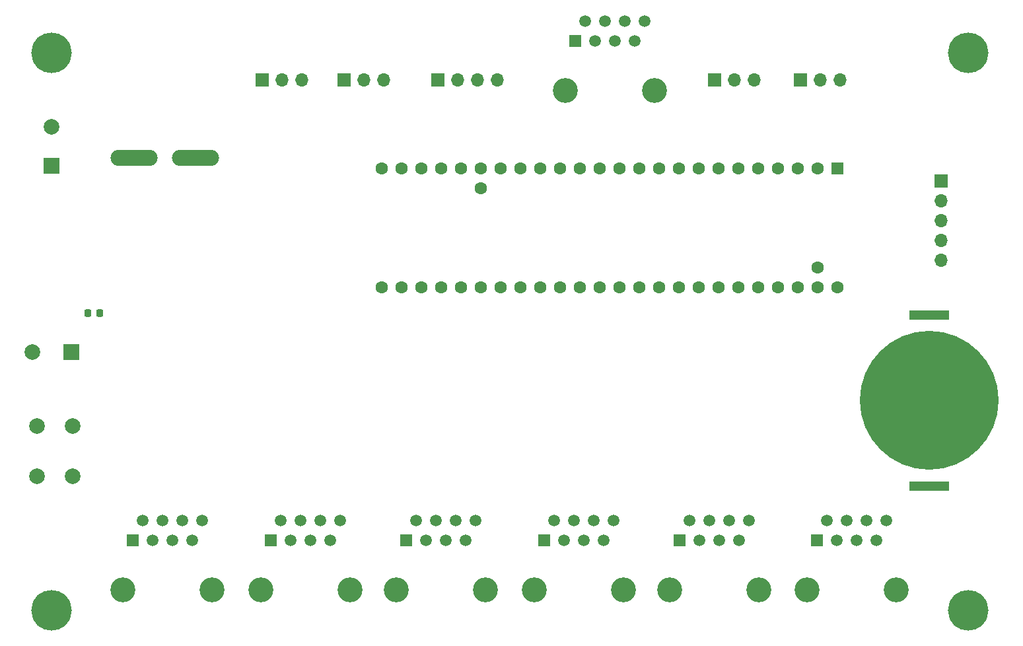
<source format=gts>
G04 #@! TF.GenerationSoftware,KiCad,Pcbnew,6.0.5-a6ca702e91~116~ubuntu20.04.1*
G04 #@! TF.CreationDate,2022-06-20T15:39:49-06:00*
G04 #@! TF.ProjectId,colordance-brain,636f6c6f-7264-4616-9e63-652d62726169,rev?*
G04 #@! TF.SameCoordinates,Original*
G04 #@! TF.FileFunction,Soldermask,Top*
G04 #@! TF.FilePolarity,Negative*
%FSLAX46Y46*%
G04 Gerber Fmt 4.6, Leading zero omitted, Abs format (unit mm)*
G04 Created by KiCad (PCBNEW 6.0.5-a6ca702e91~116~ubuntu20.04.1) date 2022-06-20 15:39:49*
%MOMM*%
%LPD*%
G01*
G04 APERTURE LIST*
G04 Aperture macros list*
%AMRoundRect*
0 Rectangle with rounded corners*
0 $1 Rounding radius*
0 $2 $3 $4 $5 $6 $7 $8 $9 X,Y pos of 4 corners*
0 Add a 4 corners polygon primitive as box body*
4,1,4,$2,$3,$4,$5,$6,$7,$8,$9,$2,$3,0*
0 Add four circle primitives for the rounded corners*
1,1,$1+$1,$2,$3*
1,1,$1+$1,$4,$5*
1,1,$1+$1,$6,$7*
1,1,$1+$1,$8,$9*
0 Add four rect primitives between the rounded corners*
20,1,$1+$1,$2,$3,$4,$5,0*
20,1,$1+$1,$4,$5,$6,$7,0*
20,1,$1+$1,$6,$7,$8,$9,0*
20,1,$1+$1,$8,$9,$2,$3,0*%
G04 Aperture macros list end*
%ADD10C,2.000000*%
%ADD11C,3.200000*%
%ADD12R,1.500000X1.500000*%
%ADD13C,1.500000*%
%ADD14R,1.700000X1.700000*%
%ADD15O,1.700000X1.700000*%
%ADD16R,2.000000X2.000000*%
%ADD17RoundRect,0.218750X0.218750X0.256250X-0.218750X0.256250X-0.218750X-0.256250X0.218750X-0.256250X0*%
%ADD18R,1.600000X1.600000*%
%ADD19C,1.600000*%
%ADD20O,6.030000X2.070000*%
%ADD21C,5.200000*%
%ADD22R,5.080000X1.270000*%
%ADD23C,17.800000*%
G04 APERTURE END LIST*
D10*
G04 #@! TO.C,SW1*
X23650000Y-106850000D03*
X23650000Y-100350000D03*
X19150000Y-106850000D03*
X19150000Y-100350000D03*
G04 #@! TD*
D11*
G04 #@! TO.C,J8*
X98277500Y-57350000D03*
X86847500Y-57350000D03*
D12*
X88117500Y-51000000D03*
D13*
X89387500Y-48460000D03*
X90657500Y-51000000D03*
X91927500Y-48460000D03*
X93197500Y-51000000D03*
X94467500Y-48460000D03*
X95737500Y-51000000D03*
X97007500Y-48460000D03*
G04 #@! TD*
D14*
G04 #@! TO.C,J2*
X70500000Y-55975000D03*
D15*
X73040000Y-55975000D03*
X75580000Y-55975000D03*
X78120000Y-55975000D03*
G04 #@! TD*
D16*
G04 #@! TO.C,C2*
X21000000Y-67000000D03*
D10*
X21000000Y-62000000D03*
G04 #@! TD*
D16*
G04 #@! TO.C,C14*
X23500000Y-90900000D03*
D10*
X18500000Y-90900000D03*
G04 #@! TD*
D17*
G04 #@! TO.C,D1*
X27187500Y-85900000D03*
X25612500Y-85900000D03*
G04 #@! TD*
D14*
G04 #@! TO.C,J3*
X48000000Y-56000000D03*
D15*
X50540000Y-56000000D03*
X53080000Y-56000000D03*
G04 #@! TD*
D14*
G04 #@! TO.C,J6*
X58500000Y-56000000D03*
D15*
X61040000Y-56000000D03*
X63580000Y-56000000D03*
G04 #@! TD*
D14*
G04 #@! TO.C,J5*
X117000000Y-56000000D03*
D15*
X119540000Y-56000000D03*
X122080000Y-56000000D03*
G04 #@! TD*
D14*
G04 #@! TO.C,J7*
X135000000Y-69000000D03*
D15*
X135000000Y-71540000D03*
X135000000Y-74080000D03*
X135000000Y-76620000D03*
X135000000Y-79160000D03*
G04 #@! TD*
D11*
G04 #@! TO.C,J11*
X117875000Y-121381924D03*
X129305000Y-121381924D03*
D12*
X119145000Y-115031924D03*
D13*
X120415000Y-112491924D03*
X121685000Y-115031924D03*
X122955000Y-112491924D03*
X124225000Y-115031924D03*
X125495000Y-112491924D03*
X126765000Y-115031924D03*
X128035000Y-112491924D03*
G04 #@! TD*
D11*
G04 #@! TO.C,J13*
X65185000Y-121391924D03*
X76615000Y-121391924D03*
D12*
X66455000Y-115041924D03*
D13*
X67725000Y-112501924D03*
X68995000Y-115041924D03*
X70265000Y-112501924D03*
X71535000Y-115041924D03*
X72805000Y-112501924D03*
X74075000Y-115041924D03*
X75345000Y-112501924D03*
G04 #@! TD*
D18*
G04 #@! TO.C,U4*
X121710000Y-67380000D03*
D19*
X119170000Y-67380000D03*
X116630000Y-67380000D03*
X114090000Y-67380000D03*
X111550000Y-67380000D03*
X109010000Y-67380000D03*
X106470000Y-67380000D03*
X103930000Y-67380000D03*
X101390000Y-67380000D03*
X98850000Y-67380000D03*
X96310000Y-67380000D03*
X93770000Y-67380000D03*
X91230000Y-67380000D03*
X88690000Y-67380000D03*
X86150000Y-67380000D03*
X83610000Y-67380000D03*
X81070000Y-67380000D03*
X78530000Y-67380000D03*
X75990000Y-67380000D03*
X73450000Y-67380000D03*
X70910000Y-67380000D03*
X68370000Y-67380000D03*
X65830000Y-67380000D03*
X63290000Y-67380000D03*
X63290000Y-82620000D03*
X65830000Y-82620000D03*
X68370000Y-82620000D03*
X70910000Y-82620000D03*
X73450000Y-82620000D03*
X75990000Y-82620000D03*
X78530000Y-82620000D03*
X81070000Y-82620000D03*
X83610000Y-82620000D03*
X86150000Y-82620000D03*
X88690000Y-82620000D03*
X91230000Y-82620000D03*
X93770000Y-82620000D03*
X96310000Y-82620000D03*
X98850000Y-82620000D03*
X101390000Y-82620000D03*
X103930000Y-82620000D03*
X106470000Y-82620000D03*
X109010000Y-82620000D03*
X111550000Y-82620000D03*
X114090000Y-82620000D03*
X116630000Y-82620000D03*
X119170000Y-82620000D03*
X121710000Y-82620000D03*
X119170000Y-80080000D03*
X75990000Y-69920000D03*
G04 #@! TD*
D11*
G04 #@! TO.C,J12*
X100195000Y-121381924D03*
X111625000Y-121381924D03*
D12*
X101465000Y-115031924D03*
D13*
X102735000Y-112491924D03*
X104005000Y-115031924D03*
X105275000Y-112491924D03*
X106545000Y-115031924D03*
X107815000Y-112491924D03*
X109085000Y-115031924D03*
X110355000Y-112491924D03*
G04 #@! TD*
D11*
G04 #@! TO.C,J9*
X59245000Y-121381924D03*
X47815000Y-121381924D03*
D12*
X49085000Y-115031924D03*
D13*
X50355000Y-112491924D03*
X51625000Y-115031924D03*
X52895000Y-112491924D03*
X54165000Y-115031924D03*
X55435000Y-112491924D03*
X56705000Y-115031924D03*
X57975000Y-112491924D03*
G04 #@! TD*
D11*
G04 #@! TO.C,J10*
X30135000Y-121381924D03*
X41565000Y-121381924D03*
D12*
X31405000Y-115031924D03*
D13*
X32675000Y-112491924D03*
X33945000Y-115031924D03*
X35215000Y-112491924D03*
X36485000Y-115031924D03*
X37755000Y-112491924D03*
X39025000Y-115031924D03*
X40295000Y-112491924D03*
G04 #@! TD*
D20*
G04 #@! TO.C,J1*
X31550000Y-66000000D03*
X39450000Y-66000000D03*
G04 #@! TD*
D11*
G04 #@! TO.C,J14*
X94295000Y-121391924D03*
X82865000Y-121391924D03*
D12*
X84135000Y-115041924D03*
D13*
X85405000Y-112501924D03*
X86675000Y-115041924D03*
X87945000Y-112501924D03*
X89215000Y-115041924D03*
X90485000Y-112501924D03*
X91755000Y-115041924D03*
X93025000Y-112501924D03*
G04 #@! TD*
D21*
G04 #@! TO.C,H1*
X21000000Y-52500000D03*
G04 #@! TD*
G04 #@! TO.C,H2*
X138500000Y-124000000D03*
G04 #@! TD*
G04 #@! TO.C,H3*
X138500000Y-52500000D03*
G04 #@! TD*
G04 #@! TO.C,H4*
X21000000Y-124000000D03*
G04 #@! TD*
D14*
G04 #@! TO.C,J4*
X106000000Y-56000000D03*
D15*
X108540000Y-56000000D03*
X111080000Y-56000000D03*
G04 #@! TD*
D22*
G04 #@! TO.C,BT1*
X133500000Y-108085000D03*
X133500000Y-86115000D03*
D23*
X133500000Y-97100000D03*
G04 #@! TD*
M02*

</source>
